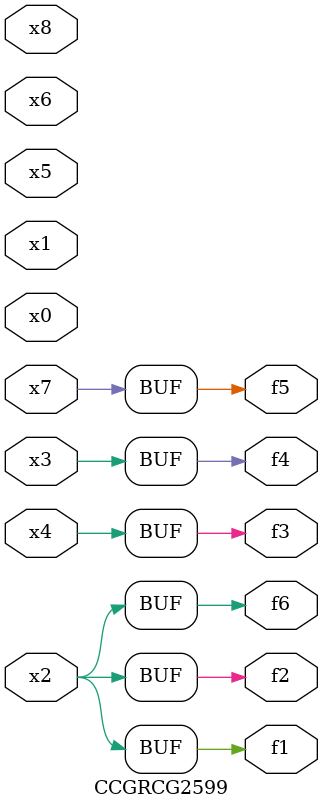
<source format=v>
module CCGRCG2599(
	input x0, x1, x2, x3, x4, x5, x6, x7, x8,
	output f1, f2, f3, f4, f5, f6
);
	assign f1 = x2;
	assign f2 = x2;
	assign f3 = x4;
	assign f4 = x3;
	assign f5 = x7;
	assign f6 = x2;
endmodule

</source>
